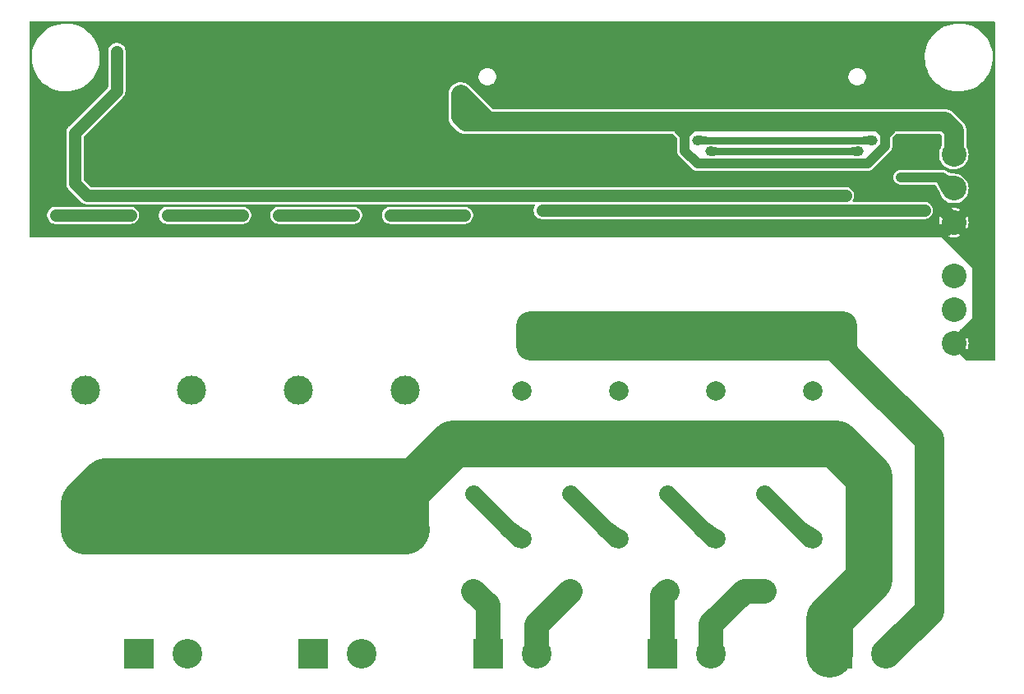
<source format=gbr>
G04 #@! TF.GenerationSoftware,KiCad,Pcbnew,7.0.5-4d25ed1034~172~ubuntu22.04.1*
G04 #@! TF.CreationDate,2023-06-14T16:15:44+03:00*
G04 #@! TF.ProjectId,AgonLight2-HvIO_Rev_A,41676f6e-4c69-4676-9874-322d4876494f,A*
G04 #@! TF.SameCoordinates,Original*
G04 #@! TF.FileFunction,Copper,L2,Bot*
G04 #@! TF.FilePolarity,Positive*
%FSLAX46Y46*%
G04 Gerber Fmt 4.6, Leading zero omitted, Abs format (unit mm)*
G04 Created by KiCad (PCBNEW 7.0.5-4d25ed1034~172~ubuntu22.04.1) date 2023-06-14 16:15:44*
%MOMM*%
%LPD*%
G01*
G04 APERTURE LIST*
G04 #@! TA.AperFunction,ComponentPad*
%ADD10R,3.048000X3.048000*%
G04 #@! TD*
G04 #@! TA.AperFunction,ComponentPad*
%ADD11C,3.048000*%
G04 #@! TD*
G04 #@! TA.AperFunction,ComponentPad*
%ADD12C,2.000000*%
G04 #@! TD*
G04 #@! TA.AperFunction,ComponentPad*
%ADD13C,1.600000*%
G04 #@! TD*
G04 #@! TA.AperFunction,ComponentPad*
%ADD14C,2.540000*%
G04 #@! TD*
G04 #@! TA.AperFunction,ComponentPad*
%ADD15C,3.000000*%
G04 #@! TD*
G04 #@! TA.AperFunction,ViaPad*
%ADD16C,1.000000*%
G04 #@! TD*
G04 #@! TA.AperFunction,Conductor*
%ADD17C,1.270000*%
G04 #@! TD*
G04 #@! TA.AperFunction,Conductor*
%ADD18C,2.032000*%
G04 #@! TD*
G04 #@! TA.AperFunction,Conductor*
%ADD19C,1.016000*%
G04 #@! TD*
G04 #@! TA.AperFunction,Conductor*
%ADD20C,0.762000*%
G04 #@! TD*
G04 #@! TA.AperFunction,Conductor*
%ADD21C,5.080000*%
G04 #@! TD*
G04 #@! TA.AperFunction,Conductor*
%ADD22C,4.826000*%
G04 #@! TD*
G04 #@! TA.AperFunction,Conductor*
%ADD23C,4.318000*%
G04 #@! TD*
G04 #@! TA.AperFunction,Conductor*
%ADD24C,3.048000*%
G04 #@! TD*
G04 #@! TA.AperFunction,Conductor*
%ADD25C,2.540000*%
G04 #@! TD*
G04 #@! TA.AperFunction,Conductor*
%ADD26C,1.778000*%
G04 #@! TD*
G04 APERTURE END LIST*
D10*
X102500000Y-165500000D03*
D11*
X107500000Y-165500000D03*
D12*
X106000000Y-138380000D03*
X106000000Y-153620000D03*
D10*
X138500000Y-165500000D03*
D11*
X143500000Y-165500000D03*
D10*
X66500000Y-165500000D03*
D11*
X71500000Y-165500000D03*
D13*
X101000000Y-159000000D03*
X101000000Y-149000000D03*
D12*
X116000000Y-138380000D03*
X116000000Y-153620000D03*
D10*
X84500000Y-165500000D03*
D11*
X89500000Y-165500000D03*
D14*
X150500000Y-126500000D03*
X150500000Y-130000000D03*
X150500000Y-133500000D03*
D10*
X120500000Y-165500000D03*
D11*
X125500000Y-165500000D03*
D13*
X131000000Y-159000000D03*
X131000000Y-149000000D03*
D15*
X94000000Y-138300000D03*
X94000000Y-152700000D03*
D13*
X121000000Y-159000000D03*
X121000000Y-149000000D03*
D15*
X83000000Y-138300000D03*
X83000000Y-152700000D03*
X61000000Y-138300000D03*
X61000000Y-152700000D03*
D14*
X150500000Y-114000000D03*
X150500000Y-117500000D03*
X150500000Y-121000000D03*
D15*
X72000000Y-138300000D03*
X72000000Y-152700000D03*
D12*
X136000000Y-138380000D03*
X136000000Y-153620000D03*
X126000000Y-138380000D03*
X126000000Y-153620000D03*
D13*
X111000000Y-159000000D03*
X111000000Y-149000000D03*
D16*
X56134000Y-114300000D03*
X99949000Y-102870000D03*
X102438200Y-100838000D03*
X64770000Y-100838000D03*
X95250000Y-100838000D03*
X77470000Y-100838000D03*
X117678200Y-100838000D03*
X70485000Y-105918000D03*
X90170000Y-100838000D03*
X145415000Y-100838000D03*
X154178000Y-134620000D03*
X109093000Y-121793000D03*
X154178000Y-124460000D03*
X137922000Y-105537000D03*
X92710000Y-100838000D03*
X74930000Y-100838000D03*
X122758200Y-100838000D03*
X70485000Y-101981000D03*
X154178000Y-109220000D03*
X56134000Y-107315000D03*
X142113000Y-116332000D03*
X154178000Y-116840000D03*
X85090000Y-100838000D03*
X72136000Y-114935000D03*
X138938000Y-105537000D03*
X154178000Y-121920000D03*
X145415000Y-106045000D03*
X69850000Y-100838000D03*
X82169000Y-114935000D03*
X56134000Y-118110000D03*
X87630000Y-100838000D03*
X56134000Y-108585000D03*
X139065000Y-121793000D03*
X56134000Y-112395000D03*
X97790000Y-100838000D03*
X137922000Y-104521000D03*
X67310000Y-100838000D03*
X154178000Y-132080000D03*
X118999000Y-121793000D03*
X146685000Y-113665000D03*
X56134000Y-110490000D03*
X154178000Y-119380000D03*
X137922000Y-102362000D03*
X154178000Y-114300000D03*
X154178000Y-100838000D03*
X137998200Y-100838000D03*
X136779000Y-105537000D03*
X107518200Y-100838000D03*
X120243600Y-100838000D03*
X125323600Y-100838000D03*
X72390000Y-100838000D03*
X110058200Y-100838000D03*
X150622000Y-108585000D03*
X140538200Y-100838000D03*
X145415000Y-103505000D03*
X115138200Y-100838000D03*
X130378200Y-100838000D03*
X56134000Y-116205000D03*
X99949000Y-104267000D03*
X137922000Y-103505000D03*
X154178000Y-111760000D03*
X143510000Y-100838000D03*
X112623600Y-100838000D03*
X80010000Y-100838000D03*
X127863600Y-100838000D03*
X154178000Y-129540000D03*
X99949000Y-101473000D03*
X135483600Y-100838000D03*
X82550000Y-100838000D03*
X154178000Y-106680000D03*
X92075000Y-114935000D03*
X132918200Y-100838000D03*
X62103000Y-114935000D03*
X142113000Y-121793000D03*
X104978200Y-100838000D03*
X129032000Y-121793000D03*
X147320000Y-100838000D03*
X62230000Y-100838000D03*
X154178000Y-127000000D03*
X88011000Y-118237000D03*
X139319000Y-118237000D03*
X77978000Y-118237000D03*
X64262000Y-103378000D03*
X98044000Y-118237000D03*
X67945000Y-118237000D03*
X142113000Y-114427000D03*
X141986000Y-119761000D03*
X99695000Y-108966000D03*
X128016000Y-119761000D03*
X108077000Y-119761000D03*
X99695000Y-110109000D03*
X147447008Y-119761008D03*
X117983000Y-119761000D03*
X137922000Y-114935000D03*
X138016000Y-119761000D03*
X99695000Y-107823000D03*
X140716000Y-113665000D03*
X125348990Y-113665000D03*
X124040000Y-112536034D03*
X142113000Y-112522000D03*
X133350000Y-143764000D03*
X137160000Y-143764000D03*
X127635000Y-143764000D03*
X141732000Y-153035000D03*
X121920000Y-143764000D03*
X112395000Y-143764000D03*
X137795000Y-161798000D03*
X110490000Y-143764000D03*
X131445000Y-143764000D03*
X120015000Y-143764000D03*
X93980000Y-149098000D03*
X118110000Y-143764000D03*
X104775000Y-143764000D03*
X95758000Y-146812000D03*
X135255000Y-143764000D03*
X141732000Y-151130000D03*
X139065000Y-144780000D03*
X100965000Y-143764000D03*
X114300000Y-143764000D03*
X96774000Y-145796000D03*
X140970000Y-146685000D03*
X116205000Y-143764000D03*
X125730000Y-143764000D03*
X94742000Y-147828000D03*
X102870000Y-143764000D03*
X108585000Y-143764000D03*
X123825000Y-143764000D03*
X106680000Y-143764000D03*
X139065000Y-160401000D03*
X129540000Y-143764000D03*
X93980000Y-150368000D03*
X141732000Y-149225000D03*
X98425000Y-144145000D03*
X92456000Y-120269000D03*
X100076000Y-120269000D03*
X137922000Y-131699000D03*
X140208000Y-135636000D03*
X141097000Y-136525000D03*
X107908000Y-132715000D03*
X107908000Y-131699000D03*
X138980000Y-131699000D03*
X126898400Y-131699000D03*
X117906800Y-132715000D03*
X128972400Y-131699000D03*
X147955000Y-143256000D03*
X116890800Y-132715000D03*
X127914400Y-131699000D03*
X141986000Y-137414000D03*
X136906000Y-132715000D03*
X106892000Y-131699000D03*
X142875000Y-138430000D03*
X117906800Y-131699000D03*
X147320000Y-161925000D03*
X116890800Y-131699000D03*
X145288000Y-163703000D03*
X137922000Y-132715000D03*
X108966000Y-132715000D03*
X118964800Y-132715000D03*
X136906000Y-133731000D03*
X106892000Y-133731000D03*
X106892000Y-132715000D03*
X108966000Y-131699000D03*
X138980000Y-132715000D03*
X127914400Y-132715000D03*
X126898400Y-133731000D03*
X128972400Y-132715000D03*
X136906000Y-131699000D03*
X126898400Y-132715000D03*
X146939000Y-142240000D03*
X147955000Y-159385000D03*
X147955000Y-151130000D03*
X118964800Y-131699000D03*
X116890800Y-133731000D03*
X88646000Y-120269000D03*
X80975200Y-120269000D03*
X77216000Y-120269000D03*
X69469000Y-120269000D03*
X65659000Y-120269000D03*
X57962800Y-120269000D03*
X145034000Y-116332000D03*
D17*
X142113000Y-121793000D02*
X149707000Y-121793000D01*
X72136000Y-107569000D02*
X70485000Y-105918000D01*
X150622000Y-108585000D02*
X140957394Y-108585000D01*
X93472000Y-116332000D02*
X92075000Y-114935000D01*
X72136000Y-113030000D02*
X72136000Y-107569000D01*
X70231000Y-114935000D02*
X69850000Y-114935000D01*
X92075000Y-114935000D02*
X82169000Y-114935000D01*
X143891000Y-118110000D02*
X147955000Y-118110000D01*
X142113000Y-121793000D02*
X139065000Y-121793000D01*
X74295000Y-114935000D02*
X72136000Y-114935000D01*
X138938000Y-106565606D02*
X138938000Y-106553000D01*
X149707000Y-121793000D02*
X150500000Y-121000000D01*
X56642000Y-121793000D02*
X56134000Y-121285000D01*
X72136000Y-113030000D02*
X74041000Y-114935000D01*
X142113000Y-116332000D02*
X93472000Y-116332000D01*
X69850000Y-114935000D02*
X62103000Y-114935000D01*
X129032000Y-121793000D02*
X118999000Y-121793000D01*
X72136000Y-114935000D02*
X69850000Y-114935000D01*
X142113000Y-116332000D02*
X143891000Y-118110000D01*
X138938000Y-106553000D02*
X137922000Y-105537000D01*
X118999000Y-121793000D02*
X109093000Y-121793000D01*
X150500000Y-120655000D02*
X150500000Y-121000000D01*
X139065000Y-121793000D02*
X129032000Y-121793000D01*
X138938000Y-106565606D02*
X138938000Y-105537000D01*
X74041000Y-114935000D02*
X74295000Y-114935000D01*
X72136000Y-113030000D02*
X70231000Y-114935000D01*
X137922000Y-105537000D02*
X138938000Y-105537000D01*
X109093000Y-121793000D02*
X56642000Y-121793000D01*
X140957394Y-108585000D02*
X138938000Y-106565606D01*
X72136000Y-114935000D02*
X72136000Y-113030000D01*
X147955000Y-118110000D02*
X150500000Y-120655000D01*
X82169000Y-114935000D02*
X74295000Y-114935000D01*
X56134000Y-121285000D02*
X56134000Y-107315000D01*
X139319000Y-118237000D02*
X98044000Y-118237000D01*
X67945000Y-118237000D02*
X61214000Y-118237000D01*
X88011000Y-118237000D02*
X77978000Y-118237000D01*
X59944000Y-116967000D02*
X59944000Y-111760000D01*
X64262000Y-107442000D02*
X64262000Y-103378000D01*
X98044000Y-118237000D02*
X88011000Y-118237000D01*
X61214000Y-118237000D02*
X59944000Y-116967000D01*
X59944000Y-111760000D02*
X64262000Y-107442000D01*
X77978000Y-118237000D02*
X67945000Y-118237000D01*
D18*
X124079000Y-110617000D02*
X122936000Y-110617000D01*
D17*
X101219000Y-110109000D02*
X99695000Y-110109000D01*
D18*
X149606000Y-110617000D02*
X144780000Y-110617000D01*
D17*
X141986000Y-119761000D02*
X147447000Y-119761000D01*
D18*
X122936000Y-110617000D02*
X121158000Y-110617000D01*
D19*
X124079000Y-114935000D02*
X122778000Y-113634000D01*
D18*
X143383000Y-110617000D02*
X142113000Y-110617000D01*
D17*
X99695000Y-108966000D02*
X100838000Y-110109000D01*
X117983000Y-119761000D02*
X108077000Y-119761000D01*
X102616000Y-110617000D02*
X102108000Y-110109000D01*
D19*
X143383000Y-113157000D02*
X143383000Y-112014000D01*
X122778000Y-110775000D02*
X122936000Y-110617000D01*
X142113000Y-114427000D02*
X141605000Y-114935000D01*
X121381000Y-110617000D02*
X121158000Y-110617000D01*
D18*
X102616000Y-110617000D02*
X100203000Y-110617000D01*
D19*
X137922000Y-114935000D02*
X124079000Y-114935000D01*
D17*
X102108000Y-110109000D02*
X101219000Y-110109000D01*
X101981000Y-110109000D02*
X102108000Y-110109000D01*
X147447000Y-119761000D02*
X147447008Y-119761008D01*
X138016000Y-119761000D02*
X128016000Y-119761000D01*
D19*
X141605000Y-114935000D02*
X137922000Y-114935000D01*
D18*
X99695000Y-107823000D02*
X99695000Y-110109000D01*
X144780000Y-110617000D02*
X143383000Y-110617000D01*
D19*
X122778000Y-113634000D02*
X122778000Y-112014000D01*
X122778000Y-111918000D02*
X124079000Y-110617000D01*
X122778000Y-112014000D02*
X121381000Y-110617000D01*
X143383000Y-112014000D02*
X143383000Y-111887000D01*
D17*
X141986000Y-119761000D02*
X138016000Y-119761000D01*
D19*
X143383000Y-112014000D02*
X143383000Y-110617000D01*
D17*
X128016000Y-119761000D02*
X117983000Y-119761000D01*
D19*
X143383000Y-112014000D02*
X144780000Y-110617000D01*
X142113000Y-114427000D02*
X143383000Y-113157000D01*
X122778000Y-112014000D02*
X122778000Y-110775000D01*
D17*
X100838000Y-110109000D02*
X101219000Y-110109000D01*
D19*
X143383000Y-111887000D02*
X142113000Y-110617000D01*
D18*
X100203000Y-110617000D02*
X99695000Y-110109000D01*
X121158000Y-110617000D02*
X102616000Y-110617000D01*
D19*
X122778000Y-112014000D02*
X122778000Y-111918000D01*
D18*
X142113000Y-110617000D02*
X124079000Y-110617000D01*
X150500000Y-111511000D02*
X149606000Y-110617000D01*
X99695000Y-107823000D02*
X101981000Y-110109000D01*
X150500000Y-114000000D02*
X150500000Y-111511000D01*
D20*
X140716000Y-113665000D02*
X125348990Y-113665000D01*
X142113000Y-112522000D02*
X124054034Y-112522000D01*
X124054034Y-112522000D02*
X124040000Y-112536034D01*
D21*
X61000000Y-149947000D02*
X63119000Y-147828000D01*
D18*
X138500000Y-165500000D02*
X137658000Y-165500000D01*
D22*
X138303000Y-143764000D02*
X141732000Y-147193000D01*
X98872190Y-143764000D02*
X94808190Y-147828000D01*
X94000000Y-148762054D02*
X94000000Y-148636190D01*
X94808190Y-147828000D02*
X87249000Y-147828000D01*
X94000000Y-149118000D02*
X93980000Y-149098000D01*
D21*
X72000000Y-152700000D02*
X83000000Y-152700000D01*
D23*
X94742000Y-147828000D02*
X94742000Y-148336000D01*
D21*
X61000000Y-152700000D02*
X72000000Y-152700000D01*
X61000000Y-152700000D02*
X61000000Y-149947000D01*
D22*
X94000000Y-150348000D02*
X94000000Y-149118000D01*
X94000000Y-149078000D02*
X94000000Y-148762054D01*
X137658000Y-161808000D02*
X137658000Y-165500000D01*
X94000000Y-148762054D02*
X90062054Y-152700000D01*
X141732000Y-147193000D02*
X141732000Y-157734000D01*
X94000000Y-150388000D02*
X93980000Y-150368000D01*
D21*
X63119000Y-147828000D02*
X87249000Y-147828000D01*
D22*
X94000000Y-152700000D02*
X94000000Y-150388000D01*
D21*
X83000000Y-152700000D02*
X94000000Y-152700000D01*
X87249000Y-147828000D02*
X94742000Y-147828000D01*
D22*
X93980000Y-150368000D02*
X94000000Y-150348000D01*
X98872190Y-143764000D02*
X138303000Y-143764000D01*
X93980000Y-149098000D02*
X94000000Y-149078000D01*
X141732000Y-157734000D02*
X137658000Y-161808000D01*
D23*
X94742000Y-148336000D02*
X93980000Y-149098000D01*
D22*
X94000000Y-148636190D02*
X98872190Y-143764000D01*
X90062054Y-152700000D02*
X83000000Y-152700000D01*
D17*
X100076000Y-120269000D02*
X92456000Y-120269000D01*
D24*
X106892000Y-132715000D02*
X106892000Y-133731000D01*
X106892000Y-133731000D02*
X116890800Y-133731000D01*
X137922000Y-132715000D02*
X137922000Y-133350000D01*
X138303000Y-133731000D02*
X139128500Y-134556500D01*
X138980000Y-134408000D02*
X140208000Y-135636000D01*
X137922000Y-132715000D02*
X127914400Y-132715000D01*
X106892000Y-132715000D02*
X106892000Y-131699000D01*
X136271000Y-131699000D02*
X139128500Y-134556500D01*
X147955000Y-143383000D02*
X140208000Y-135636000D01*
X138980000Y-131699000D02*
X138980000Y-134408000D01*
X147955000Y-161045000D02*
X147955000Y-143383000D01*
X127914400Y-132715000D02*
X117906800Y-132715000D01*
X116890800Y-133731000D02*
X138303000Y-133731000D01*
X143500000Y-165500000D02*
X147955000Y-161045000D01*
X139128500Y-134556500D02*
X140208000Y-135636000D01*
X107908000Y-132715000D02*
X106892000Y-132715000D01*
X137922000Y-133350000D02*
X139128500Y-134556500D01*
X106892000Y-131699000D02*
X136271000Y-131699000D01*
X136271000Y-131699000D02*
X138980000Y-131699000D01*
X117906800Y-132715000D02*
X107908000Y-132715000D01*
D17*
X88646000Y-120269000D02*
X80975200Y-120269000D01*
X77216000Y-120269000D02*
X69469000Y-120269000D01*
X65659000Y-120269000D02*
X57962800Y-120269000D01*
D25*
X125500000Y-165500000D02*
X125500000Y-162409000D01*
X125500000Y-162409000D02*
X128909000Y-159000000D01*
X128909000Y-159000000D02*
X131000000Y-159000000D01*
X120500000Y-165500000D02*
X120500000Y-159500000D01*
X120500000Y-159500000D02*
X121000000Y-159000000D01*
X102500000Y-165500000D02*
X102500000Y-160500000D01*
X102500000Y-160500000D02*
X101000000Y-159000000D01*
X107500000Y-162500000D02*
X111000000Y-159000000D01*
X107500000Y-165500000D02*
X107500000Y-162500000D01*
D26*
X135620000Y-153620000D02*
X131000000Y-149000000D01*
X136000000Y-153620000D02*
X135620000Y-153620000D01*
X126000000Y-153620000D02*
X125620000Y-153620000D01*
X125620000Y-153620000D02*
X121000000Y-149000000D01*
X115620000Y-153620000D02*
X111000000Y-149000000D01*
X116000000Y-153620000D02*
X115620000Y-153620000D01*
X106000000Y-153620000D02*
X105620000Y-153620000D01*
X105620000Y-153620000D02*
X101000000Y-149000000D01*
D19*
X149332000Y-116332000D02*
X150500000Y-117500000D01*
X145034000Y-116332000D02*
X149332000Y-116332000D01*
G04 #@! TA.AperFunction,Conductor*
G36*
X154704031Y-100273713D02*
G01*
X154740576Y-100324013D01*
X154745500Y-100355100D01*
X154745500Y-135154400D01*
X154726287Y-135213531D01*
X154675987Y-135250076D01*
X154644900Y-135255000D01*
X151806670Y-135255000D01*
X151747539Y-135235787D01*
X151735535Y-135225535D01*
X151360915Y-134850915D01*
X150510000Y-134000000D01*
X150535763Y-134000000D01*
X150642315Y-133984680D01*
X150773100Y-133924952D01*
X150881761Y-133830798D01*
X150959493Y-133709844D01*
X151000000Y-133571889D01*
X151000000Y-133500000D01*
X151218420Y-133500000D01*
X151876838Y-134158418D01*
X151953893Y-133972396D01*
X152009891Y-133739146D01*
X152009892Y-133739140D01*
X152028712Y-133500000D01*
X152009892Y-133260859D01*
X152009891Y-133260853D01*
X151953893Y-133027603D01*
X151876839Y-132841579D01*
X151218420Y-133499999D01*
X151218420Y-133500000D01*
X151000000Y-133500000D01*
X151000000Y-133428111D01*
X150959493Y-133290156D01*
X150881761Y-133169202D01*
X150773100Y-133075048D01*
X150642315Y-133015320D01*
X150535763Y-133000000D01*
X150464237Y-133000000D01*
X150357685Y-133015320D01*
X150226900Y-133075048D01*
X150118239Y-133169202D01*
X150040507Y-133290156D01*
X150000000Y-133428111D01*
X150000000Y-133490000D01*
X149895789Y-133385789D01*
X150500000Y-132781580D01*
X151158418Y-132123160D01*
X151157033Y-132116196D01*
X151164340Y-132054453D01*
X151184560Y-132025439D01*
X152400000Y-130810000D01*
X152400000Y-125730000D01*
X149225000Y-122555000D01*
X149224999Y-122554999D01*
X149225000Y-122554999D01*
X55355043Y-122502157D01*
X55295923Y-122482911D01*
X55259406Y-122432590D01*
X55254500Y-122401557D01*
X55254500Y-122376839D01*
X149841579Y-122376839D01*
X150027603Y-122453893D01*
X150260853Y-122509891D01*
X150260859Y-122509892D01*
X150500000Y-122528712D01*
X150739140Y-122509892D01*
X150739146Y-122509891D01*
X150972396Y-122453893D01*
X151158418Y-122376838D01*
X150500000Y-121718420D01*
X149841579Y-122376839D01*
X55254500Y-122376839D01*
X55254500Y-120362489D01*
X57073300Y-120362489D01*
X57105784Y-120515320D01*
X57112175Y-120545385D01*
X57188227Y-120716200D01*
X57188228Y-120716202D01*
X57188229Y-120716203D01*
X57298133Y-120867473D01*
X57298137Y-120867477D01*
X57437079Y-120992580D01*
X57437085Y-120992585D01*
X57599015Y-121086075D01*
X57776844Y-121143855D01*
X57776843Y-121143855D01*
X57788944Y-121145126D01*
X57916180Y-121158500D01*
X57916184Y-121158500D01*
X65705616Y-121158500D01*
X65705620Y-121158500D01*
X65844956Y-121143855D01*
X66022785Y-121086075D01*
X66184715Y-120992585D01*
X66242612Y-120940453D01*
X66323662Y-120867477D01*
X66323666Y-120867473D01*
X66323666Y-120867472D01*
X66323669Y-120867470D01*
X66433573Y-120716200D01*
X66509625Y-120545385D01*
X66548500Y-120362490D01*
X66548500Y-120362489D01*
X68579500Y-120362489D01*
X68611984Y-120515320D01*
X68618375Y-120545385D01*
X68694427Y-120716200D01*
X68694428Y-120716202D01*
X68694429Y-120716203D01*
X68804333Y-120867473D01*
X68804337Y-120867477D01*
X68943279Y-120992580D01*
X68943285Y-120992585D01*
X69105215Y-121086075D01*
X69283044Y-121143855D01*
X69283043Y-121143855D01*
X69295144Y-121145126D01*
X69422380Y-121158500D01*
X69422384Y-121158500D01*
X77262616Y-121158500D01*
X77262620Y-121158500D01*
X77401956Y-121143855D01*
X77579785Y-121086075D01*
X77741715Y-120992585D01*
X77799612Y-120940453D01*
X77880662Y-120867477D01*
X77880666Y-120867473D01*
X77880666Y-120867472D01*
X77880669Y-120867470D01*
X77990573Y-120716200D01*
X78066625Y-120545385D01*
X78105500Y-120362490D01*
X78105500Y-120362489D01*
X80085700Y-120362489D01*
X80118184Y-120515320D01*
X80124575Y-120545385D01*
X80200627Y-120716200D01*
X80200628Y-120716202D01*
X80200629Y-120716203D01*
X80310533Y-120867473D01*
X80310537Y-120867477D01*
X80449479Y-120992580D01*
X80449485Y-120992585D01*
X80611415Y-121086075D01*
X80789244Y-121143855D01*
X80789243Y-121143855D01*
X80801344Y-121145126D01*
X80928580Y-121158500D01*
X80928584Y-121158500D01*
X88692616Y-121158500D01*
X88692620Y-121158500D01*
X88831956Y-121143855D01*
X89009785Y-121086075D01*
X89171715Y-120992585D01*
X89229612Y-120940453D01*
X89310662Y-120867477D01*
X89310666Y-120867473D01*
X89310666Y-120867472D01*
X89310669Y-120867470D01*
X89420573Y-120716200D01*
X89496625Y-120545385D01*
X89535500Y-120362490D01*
X89535500Y-120362489D01*
X91566500Y-120362489D01*
X91598984Y-120515320D01*
X91605375Y-120545385D01*
X91681427Y-120716200D01*
X91681428Y-120716202D01*
X91681429Y-120716203D01*
X91791333Y-120867473D01*
X91791337Y-120867477D01*
X91930279Y-120992580D01*
X91930285Y-120992585D01*
X92092215Y-121086075D01*
X92270044Y-121143855D01*
X92270043Y-121143855D01*
X92282144Y-121145126D01*
X92409380Y-121158500D01*
X92409384Y-121158500D01*
X100122616Y-121158500D01*
X100122620Y-121158500D01*
X100261956Y-121143855D01*
X100439785Y-121086075D01*
X100588872Y-121000000D01*
X148971287Y-121000000D01*
X148990107Y-121239140D01*
X148990108Y-121239146D01*
X149046106Y-121472396D01*
X149123159Y-121658418D01*
X149709689Y-121071889D01*
X150000000Y-121071889D01*
X150040507Y-121209844D01*
X150118239Y-121330798D01*
X150226900Y-121424952D01*
X150357685Y-121484680D01*
X150464237Y-121500000D01*
X150535763Y-121500000D01*
X150642315Y-121484680D01*
X150773100Y-121424952D01*
X150881761Y-121330798D01*
X150959493Y-121209844D01*
X151000000Y-121071889D01*
X151000000Y-120999999D01*
X151218419Y-120999999D01*
X151876839Y-121658419D01*
X151953893Y-121472396D01*
X152009891Y-121239146D01*
X152009892Y-121239140D01*
X152028712Y-120999999D01*
X152009892Y-120760859D01*
X152009891Y-120760853D01*
X151953893Y-120527603D01*
X151876839Y-120341579D01*
X151218419Y-120999999D01*
X151000000Y-120999999D01*
X151000000Y-120928111D01*
X150959493Y-120790156D01*
X150881761Y-120669202D01*
X150773100Y-120575048D01*
X150642315Y-120515320D01*
X150535763Y-120500000D01*
X150464237Y-120500000D01*
X150357685Y-120515320D01*
X150226900Y-120575048D01*
X150118239Y-120669202D01*
X150040507Y-120790156D01*
X150000000Y-120928111D01*
X150000000Y-121071889D01*
X149709689Y-121071889D01*
X149781579Y-120999999D01*
X149123159Y-120341580D01*
X149046106Y-120527603D01*
X148990108Y-120760853D01*
X148990107Y-120760859D01*
X148971287Y-121000000D01*
X100588872Y-121000000D01*
X100601715Y-120992585D01*
X100659612Y-120940453D01*
X100740662Y-120867477D01*
X100740666Y-120867473D01*
X100740666Y-120867472D01*
X100740669Y-120867470D01*
X100850573Y-120716200D01*
X100926625Y-120545385D01*
X100965500Y-120362490D01*
X100965500Y-120175510D01*
X100926625Y-119992615D01*
X100850573Y-119821800D01*
X100740669Y-119670530D01*
X100740668Y-119670529D01*
X100740666Y-119670526D01*
X100740662Y-119670522D01*
X100601720Y-119545419D01*
X100601714Y-119545414D01*
X100439785Y-119451925D01*
X100439782Y-119451924D01*
X100404564Y-119440481D01*
X100261956Y-119394145D01*
X100261954Y-119394144D01*
X100261956Y-119394144D01*
X100146820Y-119382043D01*
X100122620Y-119379500D01*
X92409380Y-119379500D01*
X92394736Y-119381039D01*
X92270045Y-119394144D01*
X92092217Y-119451924D01*
X92092214Y-119451925D01*
X91930285Y-119545414D01*
X91930279Y-119545419D01*
X91791337Y-119670522D01*
X91791333Y-119670526D01*
X91681429Y-119821796D01*
X91681427Y-119821799D01*
X91681427Y-119821800D01*
X91605429Y-119992495D01*
X91605374Y-119992618D01*
X91566500Y-120175510D01*
X91566500Y-120362489D01*
X89535500Y-120362489D01*
X89535500Y-120175510D01*
X89496625Y-119992615D01*
X89420573Y-119821800D01*
X89310669Y-119670530D01*
X89310668Y-119670529D01*
X89310666Y-119670526D01*
X89310662Y-119670522D01*
X89171720Y-119545419D01*
X89171714Y-119545414D01*
X89009785Y-119451925D01*
X89009782Y-119451924D01*
X88974564Y-119440481D01*
X88831956Y-119394145D01*
X88831954Y-119394144D01*
X88831956Y-119394144D01*
X88716820Y-119382043D01*
X88692620Y-119379500D01*
X80928580Y-119379500D01*
X80913935Y-119381039D01*
X80789245Y-119394144D01*
X80611417Y-119451924D01*
X80611414Y-119451925D01*
X80449485Y-119545414D01*
X80449479Y-119545419D01*
X80310537Y-119670522D01*
X80310533Y-119670526D01*
X80200629Y-119821796D01*
X80200627Y-119821799D01*
X80200627Y-119821800D01*
X80124629Y-119992495D01*
X80124574Y-119992618D01*
X80085700Y-120175510D01*
X80085700Y-120362489D01*
X78105500Y-120362489D01*
X78105500Y-120175510D01*
X78066625Y-119992615D01*
X77990573Y-119821800D01*
X77880669Y-119670530D01*
X77880668Y-119670529D01*
X77880666Y-119670526D01*
X77880662Y-119670522D01*
X77741720Y-119545419D01*
X77741714Y-119545414D01*
X77579785Y-119451925D01*
X77579782Y-119451924D01*
X77544564Y-119440481D01*
X77401956Y-119394145D01*
X77401954Y-119394144D01*
X77401956Y-119394144D01*
X77286820Y-119382043D01*
X77262620Y-119379500D01*
X69422380Y-119379500D01*
X69407735Y-119381039D01*
X69283045Y-119394144D01*
X69105217Y-119451924D01*
X69105214Y-119451925D01*
X68943285Y-119545414D01*
X68943279Y-119545419D01*
X68804337Y-119670522D01*
X68804333Y-119670526D01*
X68694429Y-119821796D01*
X68694427Y-119821799D01*
X68694427Y-119821800D01*
X68618429Y-119992495D01*
X68618374Y-119992618D01*
X68579500Y-120175510D01*
X68579500Y-120362489D01*
X66548500Y-120362489D01*
X66548500Y-120175510D01*
X66509625Y-119992615D01*
X66433573Y-119821800D01*
X66323669Y-119670530D01*
X66323668Y-119670529D01*
X66323666Y-119670526D01*
X66323662Y-119670522D01*
X66184720Y-119545419D01*
X66184714Y-119545414D01*
X66022785Y-119451925D01*
X66022782Y-119451924D01*
X65987564Y-119440481D01*
X65844956Y-119394145D01*
X65844954Y-119394144D01*
X65844956Y-119394144D01*
X65729820Y-119382043D01*
X65705620Y-119379500D01*
X57916180Y-119379500D01*
X57901536Y-119381039D01*
X57776845Y-119394144D01*
X57599017Y-119451924D01*
X57599014Y-119451925D01*
X57437085Y-119545414D01*
X57437079Y-119545419D01*
X57298137Y-119670522D01*
X57298133Y-119670526D01*
X57188229Y-119821796D01*
X57188227Y-119821799D01*
X57188227Y-119821800D01*
X57112229Y-119992495D01*
X57112174Y-119992618D01*
X57073300Y-120175510D01*
X57073300Y-120362489D01*
X55254500Y-120362489D01*
X55254500Y-116920190D01*
X59050826Y-116920190D01*
X59054431Y-116988981D01*
X59054500Y-116991614D01*
X59054500Y-117013630D01*
X59056799Y-117035503D01*
X59057005Y-117038125D01*
X59059960Y-117094499D01*
X59060611Y-117106915D01*
X59062432Y-117113713D01*
X59064640Y-117121951D01*
X59067517Y-117137471D01*
X59069144Y-117152952D01*
X59090426Y-117218456D01*
X59091174Y-117220979D01*
X59109006Y-117287523D01*
X59109005Y-117287523D01*
X59116073Y-117301394D01*
X59122113Y-117315976D01*
X59126923Y-117330781D01*
X59126925Y-117330785D01*
X59136575Y-117347500D01*
X59161369Y-117390443D01*
X59162613Y-117392734D01*
X59182151Y-117431080D01*
X59193891Y-117454122D01*
X59203688Y-117466220D01*
X59212630Y-117479231D01*
X59220415Y-117492716D01*
X59220418Y-117492719D01*
X59266503Y-117543902D01*
X59268209Y-117545898D01*
X59282059Y-117563002D01*
X59282061Y-117563004D01*
X59297624Y-117578567D01*
X59299435Y-117580476D01*
X59345530Y-117631669D01*
X59358123Y-117640818D01*
X59370127Y-117651070D01*
X60529925Y-118810868D01*
X60540176Y-118822870D01*
X60549330Y-118835469D01*
X60600522Y-118881563D01*
X60602433Y-118883376D01*
X60617998Y-118898941D01*
X60635096Y-118912786D01*
X60637077Y-118914477D01*
X60688285Y-118960585D01*
X60701774Y-118968372D01*
X60714782Y-118977313D01*
X60726872Y-118987104D01*
X60726873Y-118987104D01*
X60726875Y-118987106D01*
X60788266Y-119018386D01*
X60790514Y-119019606D01*
X60850215Y-119054075D01*
X60865018Y-119058885D01*
X60879601Y-119064924D01*
X60893475Y-119071994D01*
X60960051Y-119089832D01*
X60962507Y-119090560D01*
X61028044Y-119111855D01*
X61043529Y-119113482D01*
X61059049Y-119116359D01*
X61074085Y-119120388D01*
X61142873Y-119123992D01*
X61145482Y-119124198D01*
X61150395Y-119124714D01*
X61167380Y-119126500D01*
X61189392Y-119126500D01*
X61192022Y-119126568D01*
X61214348Y-119127739D01*
X61260808Y-119130174D01*
X61260808Y-119130173D01*
X61260810Y-119130174D01*
X61276184Y-119127738D01*
X61291922Y-119126500D01*
X67898380Y-119126500D01*
X77931380Y-119126500D01*
X87964380Y-119126500D01*
X97997380Y-119126500D01*
X107241070Y-119126500D01*
X107300201Y-119145713D01*
X107336746Y-119196013D01*
X107336746Y-119258187D01*
X107322458Y-119286228D01*
X107316221Y-119294814D01*
X107302431Y-119313795D01*
X107302427Y-119313800D01*
X107226377Y-119484612D01*
X107226374Y-119484618D01*
X107213451Y-119545419D01*
X107187500Y-119667510D01*
X107187500Y-119854490D01*
X107226375Y-120037385D01*
X107302427Y-120208200D01*
X107302428Y-120208202D01*
X107302429Y-120208203D01*
X107412333Y-120359473D01*
X107412337Y-120359477D01*
X107539769Y-120474216D01*
X107551285Y-120484585D01*
X107713215Y-120578075D01*
X107891044Y-120635855D01*
X107891043Y-120635855D01*
X107903144Y-120637126D01*
X108030380Y-120650500D01*
X117936380Y-120650500D01*
X127969380Y-120650500D01*
X137969380Y-120650500D01*
X141939380Y-120650500D01*
X147422247Y-120650500D01*
X147424877Y-120650568D01*
X147465277Y-120652686D01*
X147493817Y-120654182D01*
X147493817Y-120654181D01*
X147493818Y-120654182D01*
X147562024Y-120643378D01*
X147564616Y-120643037D01*
X147632956Y-120635855D01*
X147647707Y-120631061D01*
X147663047Y-120627377D01*
X147678495Y-120624932D01*
X147742986Y-120600175D01*
X147745418Y-120599312D01*
X147810785Y-120578075D01*
X147824224Y-120570315D01*
X147838451Y-120563530D01*
X147853057Y-120557924D01*
X147911016Y-120520283D01*
X147913235Y-120518924D01*
X147972715Y-120484585D01*
X147984230Y-120474215D01*
X147996757Y-120464603D01*
X148009872Y-120456087D01*
X148058743Y-120407214D01*
X148060625Y-120405429D01*
X148111669Y-120359470D01*
X148120774Y-120346936D01*
X148131035Y-120334923D01*
X148142087Y-120323872D01*
X148179737Y-120265895D01*
X148181187Y-120263785D01*
X148221573Y-120208200D01*
X148227879Y-120194033D01*
X148235405Y-120180173D01*
X148243924Y-120167057D01*
X148268691Y-120102531D01*
X148269675Y-120100157D01*
X148297625Y-120037385D01*
X148300849Y-120022214D01*
X148305328Y-120007092D01*
X148310932Y-119992495D01*
X148321742Y-119924231D01*
X148322207Y-119921727D01*
X148336500Y-119854490D01*
X148336500Y-119838978D01*
X148337739Y-119823240D01*
X148337968Y-119821796D01*
X148340182Y-119807818D01*
X148336568Y-119738877D01*
X148336500Y-119736247D01*
X148336500Y-119667507D01*
X148336499Y-119667506D01*
X148333273Y-119652326D01*
X148331212Y-119636672D01*
X148330504Y-119623159D01*
X149841580Y-119623159D01*
X150499999Y-120281579D01*
X151158419Y-119623159D01*
X150972396Y-119546106D01*
X150739146Y-119490108D01*
X150739140Y-119490107D01*
X150500000Y-119471287D01*
X150260859Y-119490107D01*
X150260853Y-119490108D01*
X150027603Y-119546106D01*
X149841580Y-119623159D01*
X148330504Y-119623159D01*
X148330396Y-119621093D01*
X148312536Y-119554440D01*
X148311926Y-119551898D01*
X148310548Y-119545414D01*
X148297625Y-119484615D01*
X148291305Y-119470421D01*
X148286036Y-119455541D01*
X148282002Y-119440483D01*
X148250697Y-119379045D01*
X148249567Y-119376676D01*
X148221574Y-119313803D01*
X148221573Y-119313800D01*
X148212434Y-119301221D01*
X148204184Y-119287759D01*
X148197115Y-119273884D01*
X148197112Y-119273880D01*
X148153752Y-119220335D01*
X148152149Y-119218245D01*
X148111671Y-119162532D01*
X148060476Y-119116435D01*
X148058567Y-119114624D01*
X148043004Y-119099061D01*
X148043002Y-119099059D01*
X148025898Y-119085209D01*
X148023902Y-119083503D01*
X147972719Y-119037418D01*
X147972716Y-119037415D01*
X147959231Y-119029630D01*
X147946220Y-119020688D01*
X147944100Y-119018971D01*
X147934125Y-119010893D01*
X147934123Y-119010892D01*
X147934122Y-119010891D01*
X147911080Y-118999151D01*
X147872734Y-118979613D01*
X147870456Y-118978376D01*
X147810785Y-118943925D01*
X147810781Y-118943923D01*
X147795976Y-118939113D01*
X147781394Y-118933073D01*
X147767523Y-118926005D01*
X147700979Y-118908174D01*
X147698456Y-118907426D01*
X147648888Y-118891321D01*
X147632956Y-118886145D01*
X147632954Y-118886144D01*
X147632952Y-118886144D01*
X147617471Y-118884517D01*
X147601954Y-118881640D01*
X147586915Y-118877611D01*
X147586914Y-118877611D01*
X147518125Y-118874005D01*
X147515503Y-118873799D01*
X147493630Y-118871500D01*
X147493620Y-118871500D01*
X147471615Y-118871500D01*
X147468984Y-118871431D01*
X147464827Y-118871213D01*
X147400191Y-118867825D01*
X147400188Y-118867826D01*
X147384816Y-118870261D01*
X147369078Y-118871500D01*
X140154930Y-118871500D01*
X140095799Y-118852287D01*
X140059254Y-118801987D01*
X140059254Y-118739813D01*
X140073541Y-118711771D01*
X140093573Y-118684200D01*
X140169625Y-118513385D01*
X140208500Y-118330490D01*
X140208500Y-118143510D01*
X140169625Y-117960615D01*
X140093573Y-117789800D01*
X139983669Y-117638530D01*
X139983668Y-117638529D01*
X139983666Y-117638526D01*
X139983662Y-117638522D01*
X139844720Y-117513419D01*
X139844714Y-117513414D01*
X139682785Y-117419925D01*
X139682782Y-117419924D01*
X139599173Y-117392758D01*
X139504956Y-117362145D01*
X139504954Y-117362144D01*
X139504956Y-117362144D01*
X139389820Y-117350043D01*
X139365620Y-117347500D01*
X139365618Y-117347500D01*
X61624113Y-117347500D01*
X61564982Y-117328287D01*
X61552978Y-117318035D01*
X60862965Y-116628022D01*
X60834739Y-116572624D01*
X60833500Y-116556887D01*
X60833500Y-116376638D01*
X144267608Y-116376638D01*
X144298560Y-116552177D01*
X144369159Y-116715844D01*
X144475601Y-116858821D01*
X144475605Y-116858825D01*
X144612146Y-116973395D01*
X144612153Y-116973400D01*
X144771431Y-117053393D01*
X144771433Y-117053393D01*
X144771434Y-117053394D01*
X144944874Y-117094499D01*
X144944874Y-117094500D01*
X144944877Y-117094500D01*
X148510325Y-117094500D01*
X148569456Y-117113713D01*
X148598943Y-117147485D01*
X148638431Y-117220979D01*
X149055843Y-117997871D01*
X149058007Y-118002431D01*
X149137457Y-118194244D01*
X149137459Y-118194249D01*
X149262838Y-118398846D01*
X149262844Y-118398854D01*
X149418679Y-118581315D01*
X149418684Y-118581320D01*
X149601145Y-118737155D01*
X149601151Y-118737160D01*
X149656208Y-118770899D01*
X149805750Y-118862540D01*
X149805755Y-118862541D01*
X150027447Y-118954369D01*
X150027448Y-118954369D01*
X150027450Y-118954370D01*
X150123015Y-118977313D01*
X150260778Y-119010387D01*
X150500000Y-119029214D01*
X150739222Y-119010387D01*
X150972549Y-118954370D01*
X150972550Y-118954370D01*
X150972551Y-118954369D01*
X150972553Y-118954369D01*
X151194249Y-118862540D01*
X151398849Y-118737160D01*
X151581318Y-118581318D01*
X151737160Y-118398849D01*
X151862540Y-118194249D01*
X151954369Y-117972553D01*
X152010387Y-117739222D01*
X152029214Y-117500000D01*
X152010387Y-117260778D01*
X151978895Y-117129603D01*
X151954370Y-117027450D01*
X151954370Y-117027449D01*
X151862542Y-116805756D01*
X151862540Y-116805750D01*
X151737161Y-116601153D01*
X151737160Y-116601151D01*
X151581318Y-116418682D01*
X151581315Y-116418679D01*
X151398854Y-116262844D01*
X151398846Y-116262838D01*
X151194249Y-116137459D01*
X151194243Y-116137457D01*
X150972549Y-116045629D01*
X150739228Y-115989614D01*
X150739219Y-115989612D01*
X150522342Y-115972544D01*
X150500000Y-115970786D01*
X150499999Y-115970786D01*
X150422623Y-115976875D01*
X150390208Y-115974150D01*
X149966058Y-115867538D01*
X149919446Y-115841108D01*
X149915631Y-115837293D01*
X149906072Y-115826232D01*
X149890398Y-115805178D01*
X149849308Y-115770699D01*
X149846076Y-115767738D01*
X149839766Y-115761428D01*
X149814184Y-115741200D01*
X149813050Y-115740276D01*
X149753856Y-115690606D01*
X149753843Y-115690598D01*
X149752999Y-115690174D01*
X149735767Y-115679196D01*
X149735020Y-115678605D01*
X149703110Y-115663725D01*
X149664934Y-115645923D01*
X149663671Y-115645312D01*
X149594566Y-115610606D01*
X149594565Y-115610605D01*
X149594564Y-115610605D01*
X149594562Y-115610604D01*
X149593640Y-115610386D01*
X149574326Y-115603672D01*
X149573475Y-115603275D01*
X149497753Y-115587640D01*
X149496350Y-115587328D01*
X149457626Y-115578151D01*
X149421125Y-115569500D01*
X149421123Y-115569500D01*
X149420178Y-115569500D01*
X149399835Y-115567422D01*
X149398907Y-115567230D01*
X149353308Y-115568557D01*
X149321621Y-115569479D01*
X149320208Y-115569500D01*
X148769104Y-115569500D01*
X148766012Y-115569405D01*
X148740008Y-115567803D01*
X148736167Y-115568063D01*
X148721578Y-115569500D01*
X144989587Y-115569500D01*
X144856958Y-115585001D01*
X144689459Y-115645966D01*
X144540536Y-115743916D01*
X144418216Y-115873567D01*
X144418214Y-115873569D01*
X144329096Y-116027927D01*
X144329094Y-116027932D01*
X144277972Y-116198692D01*
X144267608Y-116376638D01*
X60833500Y-116376638D01*
X60833500Y-112170112D01*
X60852713Y-112110981D01*
X60862965Y-112098977D01*
X62811860Y-110150082D01*
X62881558Y-110080384D01*
X98419686Y-110080384D01*
X98424386Y-110150082D01*
X98424500Y-110153467D01*
X98424500Y-110166053D01*
X98428287Y-110208142D01*
X98428375Y-110209264D01*
X98435070Y-110308548D01*
X98435072Y-110308558D01*
X98436644Y-110314798D01*
X98439285Y-110330345D01*
X98439863Y-110336766D01*
X98466349Y-110432742D01*
X98466637Y-110433831D01*
X98490948Y-110530310D01*
X98490951Y-110530318D01*
X98493612Y-110536177D01*
X98498991Y-110551011D01*
X98500707Y-110557230D01*
X98543907Y-110646937D01*
X98544385Y-110647959D01*
X98562990Y-110688918D01*
X98585528Y-110738536D01*
X98585529Y-110738537D01*
X98585533Y-110738545D01*
X98589196Y-110743832D01*
X98597136Y-110757466D01*
X98599930Y-110763267D01*
X98599931Y-110763269D01*
X98599933Y-110763272D01*
X98658432Y-110843790D01*
X98659056Y-110844669D01*
X98715764Y-110926523D01*
X98720321Y-110931080D01*
X98730571Y-110943082D01*
X98734349Y-110948282D01*
X98734354Y-110948288D01*
X98806268Y-111017044D01*
X98807075Y-111017833D01*
X99252174Y-111462932D01*
X99255935Y-111467141D01*
X99280978Y-111498544D01*
X99280980Y-111498545D01*
X99280981Y-111498547D01*
X99333587Y-111544507D01*
X99336059Y-111546818D01*
X99344966Y-111555724D01*
X99344969Y-111555726D01*
X99377405Y-111582806D01*
X99378263Y-111583539D01*
X99453197Y-111649007D01*
X99453198Y-111649007D01*
X99453201Y-111649010D01*
X99458724Y-111652310D01*
X99471598Y-111661444D01*
X99476545Y-111665574D01*
X99563183Y-111714734D01*
X99564082Y-111715258D01*
X99649523Y-111766307D01*
X99655543Y-111768566D01*
X99669849Y-111775259D01*
X99675443Y-111778434D01*
X99675457Y-111778440D01*
X99706761Y-111789392D01*
X99769457Y-111811330D01*
X99770434Y-111811685D01*
X99863634Y-111846665D01*
X99869979Y-111847816D01*
X99885234Y-111851842D01*
X99891311Y-111853969D01*
X99918427Y-111858263D01*
X99989592Y-111869535D01*
X99990668Y-111869717D01*
X100088653Y-111887500D01*
X100095099Y-111887500D01*
X100110837Y-111888739D01*
X100111716Y-111888878D01*
X100117189Y-111889745D01*
X100178766Y-111888363D01*
X100216676Y-111887513D01*
X100217805Y-111887500D01*
X102501653Y-111887500D01*
X121043653Y-111887500D01*
X121531492Y-111887500D01*
X121590623Y-111906713D01*
X121602627Y-111916965D01*
X121986035Y-112300372D01*
X122014261Y-112355770D01*
X122015500Y-112371507D01*
X122015500Y-113571122D01*
X122014438Y-113585702D01*
X122010633Y-113611673D01*
X122015308Y-113665099D01*
X122015500Y-113669486D01*
X122015500Y-113678415D01*
X122019283Y-113710788D01*
X122019431Y-113712241D01*
X122026168Y-113789235D01*
X122026171Y-113789251D01*
X122026470Y-113790153D01*
X122030889Y-113810083D01*
X122031000Y-113811034D01*
X122031003Y-113811045D01*
X122057429Y-113883651D01*
X122057909Y-113885033D01*
X122082235Y-113958439D01*
X122082235Y-113958440D01*
X122082737Y-113959254D01*
X122091639Y-113977642D01*
X122091964Y-113978535D01*
X122091965Y-113978536D01*
X122091966Y-113978539D01*
X122106081Y-114000000D01*
X122134440Y-114043119D01*
X122135226Y-114044352D01*
X122175808Y-114110144D01*
X122175813Y-114110150D01*
X122176480Y-114110817D01*
X122189389Y-114126663D01*
X122189915Y-114127462D01*
X122217288Y-114153287D01*
X122246155Y-114180522D01*
X122247204Y-114181541D01*
X123495372Y-115429710D01*
X123504930Y-115440771D01*
X123520602Y-115461822D01*
X123520602Y-115461823D01*
X123526608Y-115466862D01*
X123561691Y-115496300D01*
X123564922Y-115499260D01*
X123571235Y-115505573D01*
X123596814Y-115525798D01*
X123597937Y-115526713D01*
X123657147Y-115576396D01*
X123657980Y-115576814D01*
X123675234Y-115587805D01*
X123675980Y-115588395D01*
X123746110Y-115621096D01*
X123747312Y-115621679D01*
X123816434Y-115656394D01*
X123817191Y-115656573D01*
X123817341Y-115656609D01*
X123836684Y-115663332D01*
X123837527Y-115663725D01*
X123909587Y-115678603D01*
X123913219Y-115679353D01*
X123914637Y-115679667D01*
X123989877Y-115697500D01*
X123990823Y-115697500D01*
X124011166Y-115699578D01*
X124011621Y-115699671D01*
X124012092Y-115699769D01*
X124012092Y-115699768D01*
X124012093Y-115699769D01*
X124014942Y-115699686D01*
X124089394Y-115697520D01*
X124090806Y-115697500D01*
X137832877Y-115697500D01*
X141542122Y-115697500D01*
X141556702Y-115698562D01*
X141559686Y-115698998D01*
X141582672Y-115702366D01*
X141619787Y-115699118D01*
X141636101Y-115697692D01*
X141640487Y-115697500D01*
X141649418Y-115697500D01*
X141664967Y-115695681D01*
X141681854Y-115693707D01*
X141683166Y-115693573D01*
X141740599Y-115688549D01*
X141760234Y-115686832D01*
X141760235Y-115686831D01*
X141760240Y-115686831D01*
X141761140Y-115686532D01*
X141781103Y-115682108D01*
X141781396Y-115682073D01*
X141782042Y-115681998D01*
X141854714Y-115655547D01*
X141856013Y-115655095D01*
X141929440Y-115630765D01*
X141930235Y-115630274D01*
X141948656Y-115621355D01*
X141949539Y-115621034D01*
X142014146Y-115578539D01*
X142015347Y-115577774D01*
X142081149Y-115537188D01*
X142081811Y-115536524D01*
X142097676Y-115523602D01*
X142097778Y-115523534D01*
X142098462Y-115523085D01*
X142151535Y-115466829D01*
X142152491Y-115465844D01*
X142683573Y-114934765D01*
X142683574Y-114934762D01*
X142687926Y-114930411D01*
X142687933Y-114930402D01*
X143877714Y-113740622D01*
X143888760Y-113731076D01*
X143909822Y-113715398D01*
X143944315Y-113674289D01*
X143947249Y-113671087D01*
X143953573Y-113664765D01*
X143973856Y-113639111D01*
X143974671Y-113638111D01*
X144024396Y-113578853D01*
X144024813Y-113578021D01*
X144035812Y-113560756D01*
X144036395Y-113560020D01*
X144069072Y-113489941D01*
X144069696Y-113488652D01*
X144104394Y-113419566D01*
X144104608Y-113418660D01*
X144111332Y-113399316D01*
X144111725Y-113398474D01*
X144127365Y-113322722D01*
X144127654Y-113321418D01*
X144145500Y-113246123D01*
X144145500Y-113245177D01*
X144147579Y-113224831D01*
X144147769Y-113223908D01*
X144145780Y-113155556D01*
X144145520Y-113146622D01*
X144145500Y-113145207D01*
X144145500Y-112371507D01*
X144164713Y-112312376D01*
X144174965Y-112300372D01*
X144558372Y-111916965D01*
X144613770Y-111888739D01*
X144629507Y-111887500D01*
X144665653Y-111887500D01*
X149038071Y-111887500D01*
X149097202Y-111906713D01*
X149109206Y-111916965D01*
X149200035Y-112007793D01*
X149228261Y-112063190D01*
X149229500Y-112078928D01*
X149229500Y-113127182D01*
X149214676Y-113179745D01*
X149137458Y-113305754D01*
X149137457Y-113305756D01*
X149045629Y-113527449D01*
X149045629Y-113527450D01*
X148989614Y-113760771D01*
X148989612Y-113760780D01*
X148970786Y-114000000D01*
X148989612Y-114239219D01*
X148989614Y-114239228D01*
X149045629Y-114472549D01*
X149045629Y-114472550D01*
X149137457Y-114694243D01*
X149137459Y-114694249D01*
X149262838Y-114898846D01*
X149262844Y-114898854D01*
X149293510Y-114934760D01*
X149418682Y-115081318D01*
X149601151Y-115237160D01*
X149601153Y-115237161D01*
X149805750Y-115362540D01*
X149805755Y-115362541D01*
X150027447Y-115454369D01*
X150027448Y-115454369D01*
X150027450Y-115454370D01*
X150136384Y-115480522D01*
X150260778Y-115510387D01*
X150500000Y-115529214D01*
X150739222Y-115510387D01*
X150972549Y-115454370D01*
X150972550Y-115454370D01*
X150972551Y-115454369D01*
X150972553Y-115454369D01*
X151194249Y-115362540D01*
X151398849Y-115237160D01*
X151581318Y-115081318D01*
X151737160Y-114898849D01*
X151862540Y-114694249D01*
X151954369Y-114472553D01*
X152010387Y-114239222D01*
X152029214Y-114000000D01*
X152010387Y-113760778D01*
X151966512Y-113578027D01*
X151954370Y-113527450D01*
X151954370Y-113527449D01*
X151862542Y-113305756D01*
X151862541Y-113305754D01*
X151862540Y-113305751D01*
X151817003Y-113231442D01*
X151785324Y-113179745D01*
X151770500Y-113127182D01*
X151770500Y-111585169D01*
X151770817Y-111579533D01*
X151774637Y-111545626D01*
X151775314Y-111539622D01*
X151770613Y-111469915D01*
X151770500Y-111466531D01*
X151770500Y-111453950D01*
X151767948Y-111425596D01*
X151766706Y-111411797D01*
X151766622Y-111410722D01*
X151765644Y-111396215D01*
X151759929Y-111311447D01*
X151758354Y-111305199D01*
X151755712Y-111289641D01*
X151755135Y-111283232D01*
X151755135Y-111283227D01*
X151728643Y-111187236D01*
X151728355Y-111186144D01*
X151718618Y-111147502D01*
X151704050Y-111089685D01*
X151701386Y-111083820D01*
X151696009Y-111068989D01*
X151694294Y-111062774D01*
X151672651Y-111017833D01*
X151651110Y-110973102D01*
X151650631Y-110972079D01*
X151639822Y-110948282D01*
X151609473Y-110881464D01*
X151605800Y-110876163D01*
X151597856Y-110862520D01*
X151595067Y-110856728D01*
X151595065Y-110856725D01*
X151595065Y-110856724D01*
X151536584Y-110776232D01*
X151535931Y-110775312D01*
X151479235Y-110693476D01*
X151474677Y-110688918D01*
X151464423Y-110676912D01*
X151460644Y-110671710D01*
X151435802Y-110647959D01*
X151388733Y-110602956D01*
X151387926Y-110602167D01*
X150556829Y-109771071D01*
X150553068Y-109766862D01*
X150528026Y-109735460D01*
X150528023Y-109735457D01*
X150528022Y-109735456D01*
X150475405Y-109689486D01*
X150472931Y-109687173D01*
X150464031Y-109678273D01*
X150431572Y-109651174D01*
X150430768Y-109650488D01*
X150355799Y-109584990D01*
X150355798Y-109584989D01*
X150350274Y-109581689D01*
X150337398Y-109572553D01*
X150332455Y-109568426D01*
X150312164Y-109556912D01*
X150245878Y-109519300D01*
X150244903Y-109518732D01*
X150159480Y-109467695D01*
X150159477Y-109467693D01*
X150159472Y-109467691D01*
X150153437Y-109465425D01*
X150139157Y-109458744D01*
X150133550Y-109455563D01*
X150039607Y-109422691D01*
X150038546Y-109422306D01*
X149945370Y-109387336D01*
X149945362Y-109387333D01*
X149939013Y-109386181D01*
X149923770Y-109382158D01*
X149917692Y-109380032D01*
X149917679Y-109380028D01*
X149819417Y-109364465D01*
X149818305Y-109364276D01*
X149720352Y-109346500D01*
X149720347Y-109346500D01*
X149713906Y-109346500D01*
X149698168Y-109345261D01*
X149691811Y-109344254D01*
X149691810Y-109344254D01*
X149688617Y-109344325D01*
X149592297Y-109346487D01*
X149591168Y-109346500D01*
X103051044Y-109346500D01*
X102991913Y-109327287D01*
X102968352Y-109303192D01*
X102960234Y-109291475D01*
X100669678Y-107000919D01*
X100659428Y-106988917D01*
X100655650Y-106983717D01*
X100655637Y-106983703D01*
X100583712Y-106914936D01*
X100582905Y-106914147D01*
X100553039Y-106884281D01*
X100553036Y-106884278D01*
X100548107Y-106880163D01*
X100543375Y-106876212D01*
X100540851Y-106873957D01*
X100490345Y-106825668D01*
X100456816Y-106803534D01*
X100452288Y-106800167D01*
X100421457Y-106774427D01*
X100421456Y-106774426D01*
X100360672Y-106739935D01*
X100357787Y-106738166D01*
X100299487Y-106699684D01*
X100299478Y-106699679D01*
X100262543Y-106683892D01*
X100257501Y-106681394D01*
X100235749Y-106669052D01*
X100222555Y-106661565D01*
X100222551Y-106661563D01*
X100222550Y-106661563D01*
X100189557Y-106650018D01*
X100156599Y-106638485D01*
X100153443Y-106637260D01*
X100089192Y-106609798D01*
X100050021Y-106600857D01*
X100044600Y-106599295D01*
X100019971Y-106590678D01*
X100006689Y-106586031D01*
X100006686Y-106586030D01*
X100006682Y-106586029D01*
X99937689Y-106575102D01*
X99934365Y-106574460D01*
X99866234Y-106558910D01*
X99826101Y-106557106D01*
X99820488Y-106556537D01*
X99787171Y-106551261D01*
X99780810Y-106550254D01*
X99780809Y-106550254D01*
X99710954Y-106551821D01*
X99707569Y-106551783D01*
X99637769Y-106548649D01*
X99637768Y-106548649D01*
X99637765Y-106548649D01*
X99597956Y-106554041D01*
X99592332Y-106554483D01*
X99552167Y-106555386D01*
X99483721Y-106569401D01*
X99480384Y-106569968D01*
X99411152Y-106579346D01*
X99411141Y-106579349D01*
X99372931Y-106591762D01*
X99367477Y-106593202D01*
X99328132Y-106601259D01*
X99328123Y-106601261D01*
X99263275Y-106627272D01*
X99260094Y-106628426D01*
X99193644Y-106650018D01*
X99193643Y-106650018D01*
X99158270Y-106669052D01*
X99153161Y-106671442D01*
X99122128Y-106683892D01*
X99115874Y-106686401D01*
X99094737Y-106699682D01*
X99056708Y-106723576D01*
X99053795Y-106725272D01*
X98999653Y-106754408D01*
X98992255Y-106758390D01*
X98960848Y-106783435D01*
X98956245Y-106786701D01*
X98922232Y-106808072D01*
X98870653Y-106855218D01*
X98868079Y-106857417D01*
X98813459Y-106900975D01*
X98813450Y-106900983D01*
X98787035Y-106931218D01*
X98783091Y-106935252D01*
X98753429Y-106962366D01*
X98711097Y-107017962D01*
X98708957Y-107020584D01*
X98662990Y-107073200D01*
X98662989Y-107073202D01*
X98642389Y-107107678D01*
X98639228Y-107112352D01*
X98614896Y-107144308D01*
X98614885Y-107144326D01*
X98583160Y-107206590D01*
X98581523Y-107209552D01*
X98545696Y-107269517D01*
X98545689Y-107269531D01*
X98531580Y-107307125D01*
X98529304Y-107312287D01*
X98511063Y-107348090D01*
X98490971Y-107414996D01*
X98489890Y-107418203D01*
X98465334Y-107483633D01*
X98458159Y-107523168D01*
X98456842Y-107528652D01*
X98445292Y-107567120D01*
X98445290Y-107567131D01*
X98437470Y-107636534D01*
X98436978Y-107639883D01*
X98424500Y-107708653D01*
X98424500Y-107748829D01*
X98424183Y-107754465D01*
X98419686Y-107794370D01*
X98419686Y-107794384D01*
X98424386Y-107864082D01*
X98424500Y-107867467D01*
X98424500Y-110034829D01*
X98424183Y-110040465D01*
X98419686Y-110080370D01*
X98419686Y-110080384D01*
X62881558Y-110080384D01*
X64835874Y-108126067D01*
X64847875Y-108115819D01*
X64860470Y-108106669D01*
X64906591Y-108055444D01*
X64908359Y-108053582D01*
X64923937Y-108038006D01*
X64937788Y-108020900D01*
X64939492Y-108018906D01*
X64945482Y-108012253D01*
X64985585Y-107967715D01*
X64993367Y-107954235D01*
X65002310Y-107941221D01*
X65012107Y-107929125D01*
X65043383Y-107867739D01*
X65044636Y-107865434D01*
X65079073Y-107805789D01*
X65079073Y-107805787D01*
X65079075Y-107805785D01*
X65083886Y-107790974D01*
X65089925Y-107776395D01*
X65096994Y-107762525D01*
X65114832Y-107695946D01*
X65115557Y-107693502D01*
X65136855Y-107627956D01*
X65138482Y-107612473D01*
X65141360Y-107596948D01*
X65145386Y-107581924D01*
X65145386Y-107581921D01*
X65145388Y-107581915D01*
X65148992Y-107513125D01*
X65149198Y-107510517D01*
X65150251Y-107500499D01*
X65151500Y-107488620D01*
X65151500Y-107466606D01*
X65151569Y-107463973D01*
X65151733Y-107460838D01*
X65155174Y-107395190D01*
X65152738Y-107379815D01*
X65151500Y-107364078D01*
X65151500Y-106095151D01*
X101544700Y-106095151D01*
X101584266Y-106281294D01*
X101661668Y-106455143D01*
X101661669Y-106455144D01*
X101661670Y-106455146D01*
X101773523Y-106609099D01*
X101773531Y-106609108D01*
X101914941Y-106736433D01*
X101914947Y-106736438D01*
X102079753Y-106831589D01*
X102079754Y-106831589D01*
X102079755Y-106831590D01*
X102260737Y-106890394D01*
X102260738Y-106890394D01*
X102260741Y-106890395D01*
X102402552Y-106905300D01*
X102402556Y-106905300D01*
X102497444Y-106905300D01*
X102497448Y-106905300D01*
X102639259Y-106890395D01*
X102820247Y-106831589D01*
X102985053Y-106736438D01*
X103057238Y-106671442D01*
X103126468Y-106609108D01*
X103126471Y-106609104D01*
X103126475Y-106609101D01*
X103238332Y-106455144D01*
X103315734Y-106281294D01*
X103355300Y-106095151D01*
X139644700Y-106095151D01*
X139684266Y-106281294D01*
X139761668Y-106455143D01*
X139761669Y-106455144D01*
X139761670Y-106455146D01*
X139873523Y-106609099D01*
X139873531Y-106609108D01*
X140014941Y-106736433D01*
X140014947Y-106736438D01*
X140179753Y-106831589D01*
X140179754Y-106831589D01*
X140179755Y-106831590D01*
X140360737Y-106890394D01*
X140360738Y-106890394D01*
X140360741Y-106890395D01*
X140502552Y-106905300D01*
X140502556Y-106905300D01*
X140597444Y-106905300D01*
X140597448Y-106905300D01*
X140739259Y-106890395D01*
X140920247Y-106831589D01*
X141085053Y-106736438D01*
X141157238Y-106671442D01*
X141226468Y-106609108D01*
X141226471Y-106609104D01*
X141226475Y-106609101D01*
X141338332Y-106455144D01*
X141415734Y-106281294D01*
X141455300Y-106095151D01*
X141455300Y-105904849D01*
X141415734Y-105718706D01*
X141338332Y-105544857D01*
X141226475Y-105390899D01*
X141226468Y-105390891D01*
X141085058Y-105263566D01*
X141085052Y-105263561D01*
X141015396Y-105223346D01*
X140920247Y-105168411D01*
X140920245Y-105168410D01*
X140920244Y-105168409D01*
X140739262Y-105109605D01*
X140632900Y-105098426D01*
X140597448Y-105094700D01*
X140502552Y-105094700D01*
X140360737Y-105109605D01*
X140179755Y-105168409D01*
X140179753Y-105168411D01*
X140014947Y-105263561D01*
X140014941Y-105263566D01*
X139873531Y-105390891D01*
X139873523Y-105390900D01*
X139761670Y-105544852D01*
X139761668Y-105544855D01*
X139684265Y-105718707D01*
X139654366Y-105859372D01*
X139644700Y-105904849D01*
X139644700Y-106095151D01*
X103355300Y-106095151D01*
X103355300Y-105904849D01*
X103315734Y-105718706D01*
X103238332Y-105544857D01*
X103126475Y-105390899D01*
X103126468Y-105390891D01*
X102985058Y-105263566D01*
X102985052Y-105263561D01*
X102915396Y-105223345D01*
X102820247Y-105168411D01*
X102820245Y-105168410D01*
X102820244Y-105168409D01*
X102639262Y-105109605D01*
X102532900Y-105098426D01*
X102497448Y-105094700D01*
X102402552Y-105094700D01*
X102260737Y-105109605D01*
X102079755Y-105168409D01*
X102079753Y-105168411D01*
X101914947Y-105263561D01*
X101914941Y-105263566D01*
X101773531Y-105390891D01*
X101773523Y-105390900D01*
X101661670Y-105544852D01*
X101661668Y-105544855D01*
X101584265Y-105718707D01*
X101554366Y-105859372D01*
X101544700Y-105904849D01*
X101544700Y-106095151D01*
X65151500Y-106095151D01*
X65151500Y-104093316D01*
X147495772Y-104093316D01*
X147525542Y-104465251D01*
X147525543Y-104465258D01*
X147525544Y-104465265D01*
X147594683Y-104831941D01*
X147702404Y-105189191D01*
X147702406Y-105189195D01*
X147702407Y-105189199D01*
X147787532Y-105390900D01*
X147847489Y-105532967D01*
X148028293Y-105859374D01*
X148242768Y-106164713D01*
X148368479Y-106308381D01*
X148488486Y-106445529D01*
X148762644Y-106698620D01*
X148762651Y-106698626D01*
X148762655Y-106698629D01*
X149062177Y-106921156D01*
X149383655Y-107110585D01*
X149601757Y-107209552D01*
X149723448Y-107264771D01*
X150077683Y-107381958D01*
X150077687Y-107381959D01*
X150077702Y-107381964D01*
X150442408Y-107460839D01*
X150752374Y-107493974D01*
X150813420Y-107500500D01*
X150813423Y-107500500D01*
X150813431Y-107500501D01*
X150813437Y-107500501D01*
X151093206Y-107500501D01*
X151093213Y-107500501D01*
X151372609Y-107485610D01*
X151740995Y-107426257D01*
X152100986Y-107328084D01*
X152448503Y-107192202D01*
X152779607Y-107020151D01*
X153090547Y-106813881D01*
X153377801Y-106575728D01*
X153638114Y-106308391D01*
X153868535Y-106014899D01*
X154066455Y-105698578D01*
X154229631Y-105363011D01*
X154356213Y-105012001D01*
X154444769Y-104649524D01*
X154494294Y-104279688D01*
X154504227Y-103906683D01*
X154474456Y-103534735D01*
X154405317Y-103168059D01*
X154297596Y-102810809D01*
X154152511Y-102467033D01*
X153971707Y-102140626D01*
X153757232Y-101835287D01*
X153511517Y-101554474D01*
X153370477Y-101424272D01*
X153237355Y-101301379D01*
X153237346Y-101301372D01*
X152937823Y-101078844D01*
X152937818Y-101078841D01*
X152769823Y-100979851D01*
X152616345Y-100889415D01*
X152616343Y-100889414D01*
X152276551Y-100735228D01*
X151922316Y-100618041D01*
X151922301Y-100618037D01*
X151922298Y-100618036D01*
X151557592Y-100539161D01*
X151557591Y-100539161D01*
X151186579Y-100499499D01*
X151186569Y-100499499D01*
X150906787Y-100499499D01*
X150906781Y-100499499D01*
X150906752Y-100499500D01*
X150627398Y-100514389D01*
X150627396Y-100514389D01*
X150259005Y-100573742D01*
X149899015Y-100671915D01*
X149899004Y-100671919D01*
X149551507Y-100807793D01*
X149551504Y-100807794D01*
X149220389Y-100979851D01*
X148909450Y-101186120D01*
X148909445Y-101186124D01*
X148622203Y-101424268D01*
X148622199Y-101424271D01*
X148622199Y-101424272D01*
X148361886Y-101691609D01*
X148361882Y-101691613D01*
X148361878Y-101691618D01*
X148131469Y-101985095D01*
X148131460Y-101985108D01*
X147933547Y-102301417D01*
X147770368Y-102636990D01*
X147643785Y-102988005D01*
X147555234Y-103350462D01*
X147555231Y-103350478D01*
X147505706Y-103720308D01*
X147505705Y-103720313D01*
X147495772Y-104093310D01*
X147495772Y-104093316D01*
X65151500Y-104093316D01*
X65151500Y-103331384D01*
X65151500Y-103331380D01*
X65136855Y-103192044D01*
X65079075Y-103014215D01*
X64985585Y-102852285D01*
X64985580Y-102852279D01*
X64860477Y-102713337D01*
X64860473Y-102713333D01*
X64709203Y-102603429D01*
X64709202Y-102603428D01*
X64709200Y-102603427D01*
X64538385Y-102527375D01*
X64538381Y-102527374D01*
X64462776Y-102511304D01*
X64355490Y-102488500D01*
X64168510Y-102488500D01*
X64100890Y-102502872D01*
X63985618Y-102527374D01*
X63985616Y-102527374D01*
X63985615Y-102527375D01*
X63814800Y-102603427D01*
X63814796Y-102603429D01*
X63663526Y-102713333D01*
X63663522Y-102713337D01*
X63538419Y-102852279D01*
X63538414Y-102852285D01*
X63444925Y-103014214D01*
X63444924Y-103014217D01*
X63387144Y-103192045D01*
X63372500Y-103331381D01*
X63372500Y-107031886D01*
X63353287Y-107091017D01*
X63343035Y-107103021D01*
X59370127Y-111075928D01*
X59358128Y-111086177D01*
X59345529Y-111095331D01*
X59345525Y-111095334D01*
X59299435Y-111146523D01*
X59297624Y-111148432D01*
X59282060Y-111163997D01*
X59268214Y-111181093D01*
X59266507Y-111183091D01*
X59220416Y-111234282D01*
X59220414Y-111234286D01*
X59212628Y-111247771D01*
X59203692Y-111260773D01*
X59193893Y-111272873D01*
X59193891Y-111272877D01*
X59162624Y-111334242D01*
X59161368Y-111336555D01*
X59126928Y-111396208D01*
X59126921Y-111396224D01*
X59122110Y-111411028D01*
X59116076Y-111425596D01*
X59109007Y-111439471D01*
X59109006Y-111439474D01*
X59091177Y-111506008D01*
X59090430Y-111508530D01*
X59069145Y-111574043D01*
X59067516Y-111589530D01*
X59064642Y-111605035D01*
X59060611Y-111620081D01*
X59060611Y-111620084D01*
X59057005Y-111688874D01*
X59056799Y-111691495D01*
X59054500Y-111713384D01*
X59054500Y-111735385D01*
X59054431Y-111738013D01*
X59050826Y-111806810D01*
X59051598Y-111811687D01*
X59053261Y-111822182D01*
X59054500Y-111837921D01*
X59054500Y-116889078D01*
X59053261Y-116904816D01*
X59050826Y-116920188D01*
X59050826Y-116920190D01*
X55254500Y-116920190D01*
X55254500Y-104093316D01*
X55495772Y-104093316D01*
X55525542Y-104465251D01*
X55525543Y-104465258D01*
X55525544Y-104465265D01*
X55594683Y-104831941D01*
X55702404Y-105189191D01*
X55702406Y-105189195D01*
X55702407Y-105189199D01*
X55787532Y-105390900D01*
X55847489Y-105532967D01*
X56028293Y-105859374D01*
X56242768Y-106164713D01*
X56368479Y-106308381D01*
X56488486Y-106445529D01*
X56762644Y-106698620D01*
X56762651Y-106698626D01*
X56762655Y-106698629D01*
X57062177Y-106921156D01*
X57383655Y-107110585D01*
X57601757Y-107209552D01*
X57723448Y-107264771D01*
X58077683Y-107381958D01*
X58077687Y-107381959D01*
X58077702Y-107381964D01*
X58442408Y-107460839D01*
X58752374Y-107493974D01*
X58813420Y-107500500D01*
X58813423Y-107500500D01*
X58813431Y-107500501D01*
X58813437Y-107500501D01*
X59093206Y-107500501D01*
X59093213Y-107500501D01*
X59372609Y-107485610D01*
X59740995Y-107426257D01*
X60100986Y-107328084D01*
X60448503Y-107192202D01*
X60779607Y-107020151D01*
X61090547Y-106813881D01*
X61377801Y-106575728D01*
X61638114Y-106308391D01*
X61868535Y-106014899D01*
X62066455Y-105698578D01*
X62229631Y-105363011D01*
X62356213Y-105012001D01*
X62444769Y-104649524D01*
X62494294Y-104279688D01*
X62504227Y-103906683D01*
X62474456Y-103534735D01*
X62405317Y-103168059D01*
X62297596Y-102810809D01*
X62152511Y-102467033D01*
X61971707Y-102140626D01*
X61757232Y-101835287D01*
X61511517Y-101554474D01*
X61370477Y-101424272D01*
X61237355Y-101301379D01*
X61237346Y-101301372D01*
X60937823Y-101078844D01*
X60937818Y-101078841D01*
X60769823Y-100979851D01*
X60616345Y-100889415D01*
X60616343Y-100889414D01*
X60276551Y-100735228D01*
X59922316Y-100618041D01*
X59922301Y-100618037D01*
X59922298Y-100618036D01*
X59557592Y-100539161D01*
X59557591Y-100539161D01*
X59186579Y-100499499D01*
X59186569Y-100499499D01*
X58906787Y-100499499D01*
X58906781Y-100499499D01*
X58906752Y-100499500D01*
X58627398Y-100514389D01*
X58627396Y-100514389D01*
X58259005Y-100573742D01*
X57899015Y-100671915D01*
X57899004Y-100671919D01*
X57551507Y-100807793D01*
X57551504Y-100807794D01*
X57220389Y-100979851D01*
X56909450Y-101186120D01*
X56909445Y-101186124D01*
X56622203Y-101424268D01*
X56622199Y-101424271D01*
X56622199Y-101424272D01*
X56361886Y-101691609D01*
X56361882Y-101691613D01*
X56361878Y-101691618D01*
X56131469Y-101985095D01*
X56131460Y-101985108D01*
X55933547Y-102301417D01*
X55770368Y-102636990D01*
X55643785Y-102988005D01*
X55555234Y-103350462D01*
X55555231Y-103350478D01*
X55505706Y-103720308D01*
X55505705Y-103720313D01*
X55495772Y-104093310D01*
X55495772Y-104093316D01*
X55254500Y-104093316D01*
X55254500Y-100355100D01*
X55273713Y-100295969D01*
X55324013Y-100259424D01*
X55355100Y-100254500D01*
X154644900Y-100254500D01*
X154704031Y-100273713D01*
G37*
G04 #@! TD.AperFunction*
G04 #@! TA.AperFunction,Conductor*
G36*
X125070191Y-151810346D02*
G01*
X126695339Y-152904967D01*
X126700287Y-152912430D01*
X126698507Y-152921206D01*
X126697084Y-152922935D01*
X126000715Y-153620699D01*
X125300523Y-154319492D01*
X125292246Y-154322911D01*
X125284680Y-154320125D01*
X123814627Y-153070414D01*
X123810543Y-153062445D01*
X123813291Y-153053922D01*
X123813920Y-153053239D01*
X125055383Y-151811776D01*
X125063655Y-151808350D01*
X125070191Y-151810346D01*
G37*
G04 #@! TD.AperFunction*
G04 #@! TA.AperFunction,Conductor*
G36*
X125362034Y-113166552D02*
G01*
X126338673Y-113282772D01*
X126346483Y-113287152D01*
X126348990Y-113294390D01*
X126348990Y-114035609D01*
X126345563Y-114043882D01*
X126338673Y-114047227D01*
X125362046Y-114163446D01*
X125353425Y-114161021D01*
X125349045Y-114153211D01*
X125348963Y-114151863D01*
X125347990Y-113665000D01*
X125348963Y-113178146D01*
X125352406Y-113169881D01*
X125360686Y-113166471D01*
X125362034Y-113166552D01*
G37*
G04 #@! TD.AperFunction*
G04 #@! TA.AperFunction,Conductor*
G36*
X124052884Y-112037390D02*
G01*
X125026733Y-112139897D01*
X125034602Y-112144171D01*
X125037208Y-112151533D01*
X125037208Y-112892757D01*
X125033781Y-112901030D01*
X125027055Y-112904354D01*
X124053220Y-113034270D01*
X124044567Y-113031967D01*
X124040076Y-113024220D01*
X124039973Y-113022696D01*
X124039736Y-112904354D01*
X124039000Y-112536034D01*
X124039974Y-112049003D01*
X124043417Y-112040737D01*
X124051697Y-112037327D01*
X124052884Y-112037390D01*
G37*
G04 #@! TD.AperFunction*
G04 #@! TA.AperFunction,Conductor*
G36*
X148742865Y-115827656D02*
G01*
X150412055Y-116247214D01*
X150419243Y-116252554D01*
X150420879Y-116257808D01*
X150500422Y-117491053D01*
X150497534Y-117499529D01*
X150492510Y-117502884D01*
X149311223Y-117904253D01*
X149302287Y-117903670D01*
X149297153Y-117898714D01*
X148729712Y-116842592D01*
X148728319Y-116837054D01*
X148728319Y-115839004D01*
X148731746Y-115830731D01*
X148740019Y-115827304D01*
X148742865Y-115827656D01*
G37*
G04 #@! TD.AperFunction*
G04 #@! TA.AperFunction,Conductor*
G36*
X135070191Y-151810346D02*
G01*
X136695339Y-152904967D01*
X136700287Y-152912430D01*
X136698507Y-152921206D01*
X136697084Y-152922935D01*
X136000715Y-153620699D01*
X135300523Y-154319492D01*
X135292246Y-154322911D01*
X135284680Y-154320125D01*
X133814627Y-153070414D01*
X133810543Y-153062445D01*
X133813291Y-153053922D01*
X133813920Y-153053239D01*
X135055383Y-151811776D01*
X135063655Y-151808350D01*
X135070191Y-151810346D01*
G37*
G04 #@! TD.AperFunction*
G04 #@! TA.AperFunction,Conductor*
G36*
X105070191Y-151810346D02*
G01*
X106695339Y-152904967D01*
X106700287Y-152912430D01*
X106698507Y-152921206D01*
X106697084Y-152922935D01*
X106000715Y-153620699D01*
X105300523Y-154319492D01*
X105292246Y-154322911D01*
X105284680Y-154320125D01*
X103814627Y-153070414D01*
X103810543Y-153062445D01*
X103813291Y-153053922D01*
X103813920Y-153053239D01*
X105055383Y-151811776D01*
X105063655Y-151808350D01*
X105070191Y-151810346D01*
G37*
G04 #@! TD.AperFunction*
G04 #@! TA.AperFunction,Conductor*
G36*
X140711564Y-113168978D02*
G01*
X140715944Y-113176788D01*
X140716026Y-113178148D01*
X140717000Y-113665023D01*
X140716026Y-114151851D01*
X140712583Y-114160118D01*
X140704303Y-114163528D01*
X140702943Y-114163446D01*
X139726317Y-114047227D01*
X139718507Y-114042847D01*
X139716000Y-114035609D01*
X139716000Y-113294390D01*
X139719427Y-113286117D01*
X139726316Y-113282772D01*
X140702944Y-113166553D01*
X140711564Y-113168978D01*
G37*
G04 #@! TD.AperFunction*
G04 #@! TA.AperFunction,Conductor*
G36*
X115070191Y-151810346D02*
G01*
X116695339Y-152904967D01*
X116700287Y-152912430D01*
X116698507Y-152921206D01*
X116697084Y-152922935D01*
X116000715Y-153620699D01*
X115300523Y-154319492D01*
X115292246Y-154322911D01*
X115284680Y-154320125D01*
X113814627Y-153070414D01*
X113810543Y-153062445D01*
X113813291Y-153053922D01*
X113813920Y-153053239D01*
X115055383Y-151811776D01*
X115063655Y-151808350D01*
X115070191Y-151810346D01*
G37*
G04 #@! TD.AperFunction*
G04 #@! TA.AperFunction,Conductor*
G36*
X142108564Y-112025978D02*
G01*
X142112944Y-112033788D01*
X142113026Y-112035148D01*
X142114000Y-112522023D01*
X142113026Y-113008851D01*
X142109583Y-113017118D01*
X142101303Y-113020528D01*
X142099943Y-113020446D01*
X141123317Y-112904227D01*
X141115507Y-112899847D01*
X141113000Y-112892609D01*
X141113000Y-112151390D01*
X141116427Y-112143117D01*
X141123316Y-112139772D01*
X142099944Y-112023553D01*
X142108564Y-112025978D01*
G37*
G04 #@! TD.AperFunction*
M02*

</source>
